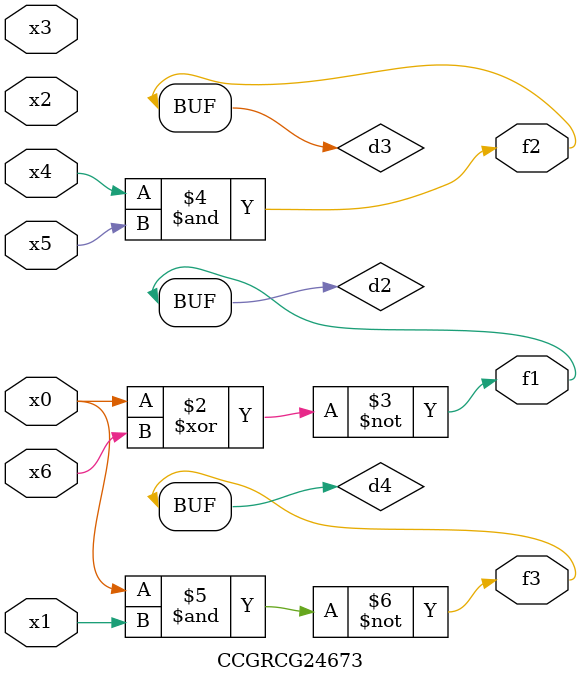
<source format=v>
module CCGRCG24673(
	input x0, x1, x2, x3, x4, x5, x6,
	output f1, f2, f3
);

	wire d1, d2, d3, d4;

	nor (d1, x0);
	xnor (d2, x0, x6);
	and (d3, x4, x5);
	nand (d4, x0, x1);
	assign f1 = d2;
	assign f2 = d3;
	assign f3 = d4;
endmodule

</source>
